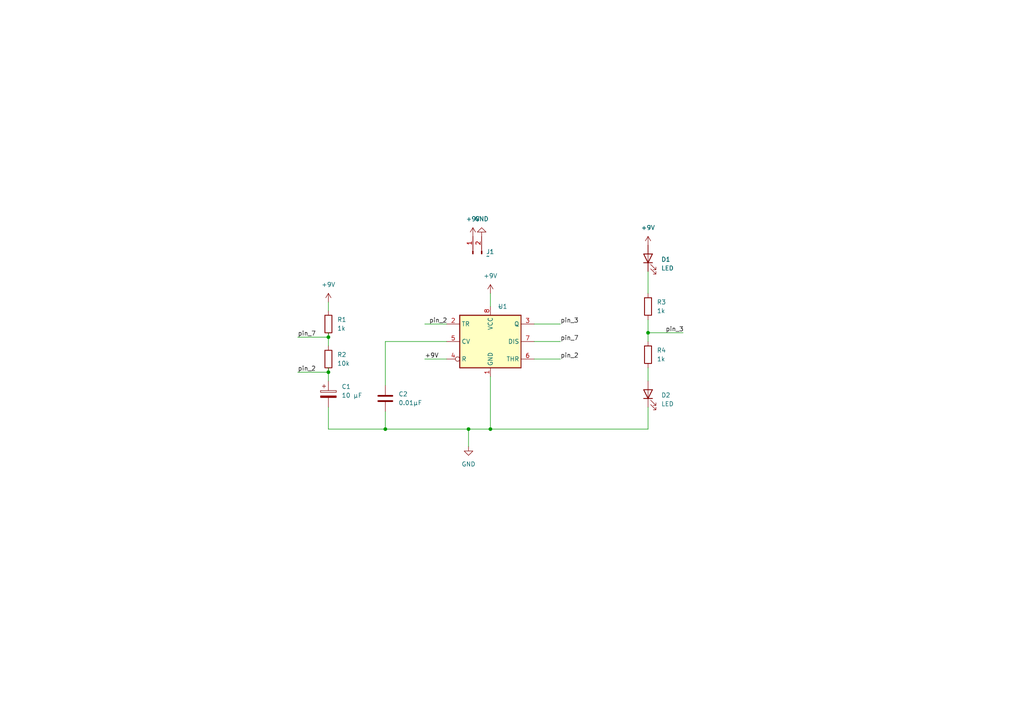
<source format=kicad_sch>
(kicad_sch (version 20230121) (generator eeschema)

  (uuid 59aeda22-596d-49d3-a77e-bf94dfe4bd72)

  (paper "A4")

  (lib_symbols
    (symbol "Connector:Conn_01x02_Pin" (pin_names (offset 1.016) hide) (in_bom yes) (on_board yes)
      (property "Reference" "J" (at 0 2.54 0)
        (effects (font (size 1.27 1.27)))
      )
      (property "Value" "Conn_01x02_Pin" (at 0 -5.08 0)
        (effects (font (size 1.27 1.27)))
      )
      (property "Footprint" "" (at 0 0 0)
        (effects (font (size 1.27 1.27)) hide)
      )
      (property "Datasheet" "~" (at 0 0 0)
        (effects (font (size 1.27 1.27)) hide)
      )
      (property "ki_locked" "" (at 0 0 0)
        (effects (font (size 1.27 1.27)))
      )
      (property "ki_keywords" "connector" (at 0 0 0)
        (effects (font (size 1.27 1.27)) hide)
      )
      (property "ki_description" "Generic connector, single row, 01x02, script generated" (at 0 0 0)
        (effects (font (size 1.27 1.27)) hide)
      )
      (property "ki_fp_filters" "Connector*:*_1x??_*" (at 0 0 0)
        (effects (font (size 1.27 1.27)) hide)
      )
      (symbol "Conn_01x02_Pin_1_1"
        (polyline
          (pts
            (xy 1.27 -2.54)
            (xy 0.8636 -2.54)
          )
          (stroke (width 0.1524) (type default))
          (fill (type none))
        )
        (polyline
          (pts
            (xy 1.27 0)
            (xy 0.8636 0)
          )
          (stroke (width 0.1524) (type default))
          (fill (type none))
        )
        (rectangle (start 0.8636 -2.413) (end 0 -2.667)
          (stroke (width 0.1524) (type default))
          (fill (type outline))
        )
        (rectangle (start 0.8636 0.127) (end 0 -0.127)
          (stroke (width 0.1524) (type default))
          (fill (type outline))
        )
        (pin passive line (at 5.08 0 180) (length 3.81)
          (name "Pin_1" (effects (font (size 1.27 1.27))))
          (number "1" (effects (font (size 1.27 1.27))))
        )
        (pin passive line (at 5.08 -2.54 180) (length 3.81)
          (name "Pin_2" (effects (font (size 1.27 1.27))))
          (number "2" (effects (font (size 1.27 1.27))))
        )
      )
    )
    (symbol "Device:C" (pin_numbers hide) (pin_names (offset 0.254)) (in_bom yes) (on_board yes)
      (property "Reference" "C" (at 0.635 2.54 0)
        (effects (font (size 1.27 1.27)) (justify left))
      )
      (property "Value" "C" (at 0.635 -2.54 0)
        (effects (font (size 1.27 1.27)) (justify left))
      )
      (property "Footprint" "" (at 0.9652 -3.81 0)
        (effects (font (size 1.27 1.27)) hide)
      )
      (property "Datasheet" "~" (at 0 0 0)
        (effects (font (size 1.27 1.27)) hide)
      )
      (property "ki_keywords" "cap capacitor" (at 0 0 0)
        (effects (font (size 1.27 1.27)) hide)
      )
      (property "ki_description" "Unpolarized capacitor" (at 0 0 0)
        (effects (font (size 1.27 1.27)) hide)
      )
      (property "ki_fp_filters" "C_*" (at 0 0 0)
        (effects (font (size 1.27 1.27)) hide)
      )
      (symbol "C_0_1"
        (polyline
          (pts
            (xy -2.032 -0.762)
            (xy 2.032 -0.762)
          )
          (stroke (width 0.508) (type default))
          (fill (type none))
        )
        (polyline
          (pts
            (xy -2.032 0.762)
            (xy 2.032 0.762)
          )
          (stroke (width 0.508) (type default))
          (fill (type none))
        )
      )
      (symbol "C_1_1"
        (pin passive line (at 0 3.81 270) (length 2.794)
          (name "~" (effects (font (size 1.27 1.27))))
          (number "1" (effects (font (size 1.27 1.27))))
        )
        (pin passive line (at 0 -3.81 90) (length 2.794)
          (name "~" (effects (font (size 1.27 1.27))))
          (number "2" (effects (font (size 1.27 1.27))))
        )
      )
    )
    (symbol "Device:C_Polarized" (pin_numbers hide) (pin_names (offset 0.254)) (in_bom yes) (on_board yes)
      (property "Reference" "C" (at 0.635 2.54 0)
        (effects (font (size 1.27 1.27)) (justify left))
      )
      (property "Value" "C_Polarized" (at 0.635 -2.54 0)
        (effects (font (size 1.27 1.27)) (justify left))
      )
      (property "Footprint" "" (at 0.9652 -3.81 0)
        (effects (font (size 1.27 1.27)) hide)
      )
      (property "Datasheet" "~" (at 0 0 0)
        (effects (font (size 1.27 1.27)) hide)
      )
      (property "ki_keywords" "cap capacitor" (at 0 0 0)
        (effects (font (size 1.27 1.27)) hide)
      )
      (property "ki_description" "Polarized capacitor" (at 0 0 0)
        (effects (font (size 1.27 1.27)) hide)
      )
      (property "ki_fp_filters" "CP_*" (at 0 0 0)
        (effects (font (size 1.27 1.27)) hide)
      )
      (symbol "C_Polarized_0_1"
        (rectangle (start -2.286 0.508) (end 2.286 1.016)
          (stroke (width 0) (type default))
          (fill (type none))
        )
        (polyline
          (pts
            (xy -1.778 2.286)
            (xy -0.762 2.286)
          )
          (stroke (width 0) (type default))
          (fill (type none))
        )
        (polyline
          (pts
            (xy -1.27 2.794)
            (xy -1.27 1.778)
          )
          (stroke (width 0) (type default))
          (fill (type none))
        )
        (rectangle (start 2.286 -0.508) (end -2.286 -1.016)
          (stroke (width 0) (type default))
          (fill (type outline))
        )
      )
      (symbol "C_Polarized_1_1"
        (pin passive line (at 0 3.81 270) (length 2.794)
          (name "~" (effects (font (size 1.27 1.27))))
          (number "1" (effects (font (size 1.27 1.27))))
        )
        (pin passive line (at 0 -3.81 90) (length 2.794)
          (name "~" (effects (font (size 1.27 1.27))))
          (number "2" (effects (font (size 1.27 1.27))))
        )
      )
    )
    (symbol "Device:LED" (pin_numbers hide) (pin_names (offset 1.016) hide) (in_bom yes) (on_board yes)
      (property "Reference" "D" (at 0 2.54 0)
        (effects (font (size 1.27 1.27)))
      )
      (property "Value" "LED" (at 0 -2.54 0)
        (effects (font (size 1.27 1.27)))
      )
      (property "Footprint" "" (at 0 0 0)
        (effects (font (size 1.27 1.27)) hide)
      )
      (property "Datasheet" "~" (at 0 0 0)
        (effects (font (size 1.27 1.27)) hide)
      )
      (property "ki_keywords" "LED diode" (at 0 0 0)
        (effects (font (size 1.27 1.27)) hide)
      )
      (property "ki_description" "Light emitting diode" (at 0 0 0)
        (effects (font (size 1.27 1.27)) hide)
      )
      (property "ki_fp_filters" "LED* LED_SMD:* LED_THT:*" (at 0 0 0)
        (effects (font (size 1.27 1.27)) hide)
      )
      (symbol "LED_0_1"
        (polyline
          (pts
            (xy -1.27 -1.27)
            (xy -1.27 1.27)
          )
          (stroke (width 0.254) (type default))
          (fill (type none))
        )
        (polyline
          (pts
            (xy -1.27 0)
            (xy 1.27 0)
          )
          (stroke (width 0) (type default))
          (fill (type none))
        )
        (polyline
          (pts
            (xy 1.27 -1.27)
            (xy 1.27 1.27)
            (xy -1.27 0)
            (xy 1.27 -1.27)
          )
          (stroke (width 0.254) (type default))
          (fill (type none))
        )
        (polyline
          (pts
            (xy -3.048 -0.762)
            (xy -4.572 -2.286)
            (xy -3.81 -2.286)
            (xy -4.572 -2.286)
            (xy -4.572 -1.524)
          )
          (stroke (width 0) (type default))
          (fill (type none))
        )
        (polyline
          (pts
            (xy -1.778 -0.762)
            (xy -3.302 -2.286)
            (xy -2.54 -2.286)
            (xy -3.302 -2.286)
            (xy -3.302 -1.524)
          )
          (stroke (width 0) (type default))
          (fill (type none))
        )
      )
      (symbol "LED_1_1"
        (pin passive line (at -3.81 0 0) (length 2.54)
          (name "K" (effects (font (size 1.27 1.27))))
          (number "1" (effects (font (size 1.27 1.27))))
        )
        (pin passive line (at 3.81 0 180) (length 2.54)
          (name "A" (effects (font (size 1.27 1.27))))
          (number "2" (effects (font (size 1.27 1.27))))
        )
      )
    )
    (symbol "Device:R" (pin_numbers hide) (pin_names (offset 0)) (in_bom yes) (on_board yes)
      (property "Reference" "R" (at 2.032 0 90)
        (effects (font (size 1.27 1.27)))
      )
      (property "Value" "R" (at 0 0 90)
        (effects (font (size 1.27 1.27)))
      )
      (property "Footprint" "" (at -1.778 0 90)
        (effects (font (size 1.27 1.27)) hide)
      )
      (property "Datasheet" "~" (at 0 0 0)
        (effects (font (size 1.27 1.27)) hide)
      )
      (property "ki_keywords" "R res resistor" (at 0 0 0)
        (effects (font (size 1.27 1.27)) hide)
      )
      (property "ki_description" "Resistor" (at 0 0 0)
        (effects (font (size 1.27 1.27)) hide)
      )
      (property "ki_fp_filters" "R_*" (at 0 0 0)
        (effects (font (size 1.27 1.27)) hide)
      )
      (symbol "R_0_1"
        (rectangle (start -1.016 -2.54) (end 1.016 2.54)
          (stroke (width 0.254) (type default))
          (fill (type none))
        )
      )
      (symbol "R_1_1"
        (pin passive line (at 0 3.81 270) (length 1.27)
          (name "~" (effects (font (size 1.27 1.27))))
          (number "1" (effects (font (size 1.27 1.27))))
        )
        (pin passive line (at 0 -3.81 90) (length 1.27)
          (name "~" (effects (font (size 1.27 1.27))))
          (number "2" (effects (font (size 1.27 1.27))))
        )
      )
    )
    (symbol "Timer:NE555D" (in_bom yes) (on_board yes)
      (property "Reference" "U" (at -10.16 8.89 0)
        (effects (font (size 1.27 1.27)) (justify left))
      )
      (property "Value" "NE555D" (at 2.54 8.89 0)
        (effects (font (size 1.27 1.27)) (justify left))
      )
      (property "Footprint" "Package_SO:SOIC-8_3.9x4.9mm_P1.27mm" (at 21.59 -10.16 0)
        (effects (font (size 1.27 1.27)) hide)
      )
      (property "Datasheet" "http://www.ti.com/lit/ds/symlink/ne555.pdf" (at 21.59 -10.16 0)
        (effects (font (size 1.27 1.27)) hide)
      )
      (property "ki_keywords" "single timer 555" (at 0 0 0)
        (effects (font (size 1.27 1.27)) hide)
      )
      (property "ki_description" "Precision Timers, 555 compatible, SOIC-8" (at 0 0 0)
        (effects (font (size 1.27 1.27)) hide)
      )
      (property "ki_fp_filters" "SOIC*3.9x4.9mm*P1.27mm*" (at 0 0 0)
        (effects (font (size 1.27 1.27)) hide)
      )
      (symbol "NE555D_0_0"
        (pin power_in line (at 0 -10.16 90) (length 2.54)
          (name "GND" (effects (font (size 1.27 1.27))))
          (number "1" (effects (font (size 1.27 1.27))))
        )
        (pin power_in line (at 0 10.16 270) (length 2.54)
          (name "VCC" (effects (font (size 1.27 1.27))))
          (number "8" (effects (font (size 1.27 1.27))))
        )
      )
      (symbol "NE555D_0_1"
        (rectangle (start -8.89 -7.62) (end 8.89 7.62)
          (stroke (width 0.254) (type default))
          (fill (type background))
        )
        (rectangle (start -8.89 -7.62) (end 8.89 7.62)
          (stroke (width 0.254) (type default))
          (fill (type background))
        )
      )
      (symbol "NE555D_1_1"
        (pin input line (at -12.7 5.08 0) (length 3.81)
          (name "TR" (effects (font (size 1.27 1.27))))
          (number "2" (effects (font (size 1.27 1.27))))
        )
        (pin output line (at 12.7 5.08 180) (length 3.81)
          (name "Q" (effects (font (size 1.27 1.27))))
          (number "3" (effects (font (size 1.27 1.27))))
        )
        (pin input inverted (at -12.7 -5.08 0) (length 3.81)
          (name "R" (effects (font (size 1.27 1.27))))
          (number "4" (effects (font (size 1.27 1.27))))
        )
        (pin input line (at -12.7 0 0) (length 3.81)
          (name "CV" (effects (font (size 1.27 1.27))))
          (number "5" (effects (font (size 1.27 1.27))))
        )
        (pin input line (at 12.7 -5.08 180) (length 3.81)
          (name "THR" (effects (font (size 1.27 1.27))))
          (number "6" (effects (font (size 1.27 1.27))))
        )
        (pin input line (at 12.7 0 180) (length 3.81)
          (name "DIS" (effects (font (size 1.27 1.27))))
          (number "7" (effects (font (size 1.27 1.27))))
        )
      )
    )
    (symbol "power:+9V" (power) (pin_names (offset 0)) (in_bom yes) (on_board yes)
      (property "Reference" "#PWR" (at 0 -3.81 0)
        (effects (font (size 1.27 1.27)) hide)
      )
      (property "Value" "+9V" (at 0 3.556 0)
        (effects (font (size 1.27 1.27)))
      )
      (property "Footprint" "" (at 0 0 0)
        (effects (font (size 1.27 1.27)) hide)
      )
      (property "Datasheet" "" (at 0 0 0)
        (effects (font (size 1.27 1.27)) hide)
      )
      (property "ki_keywords" "global power" (at 0 0 0)
        (effects (font (size 1.27 1.27)) hide)
      )
      (property "ki_description" "Power symbol creates a global label with name \"+9V\"" (at 0 0 0)
        (effects (font (size 1.27 1.27)) hide)
      )
      (symbol "+9V_0_1"
        (polyline
          (pts
            (xy -0.762 1.27)
            (xy 0 2.54)
          )
          (stroke (width 0) (type default))
          (fill (type none))
        )
        (polyline
          (pts
            (xy 0 0)
            (xy 0 2.54)
          )
          (stroke (width 0) (type default))
          (fill (type none))
        )
        (polyline
          (pts
            (xy 0 2.54)
            (xy 0.762 1.27)
          )
          (stroke (width 0) (type default))
          (fill (type none))
        )
      )
      (symbol "+9V_1_1"
        (pin power_in line (at 0 0 90) (length 0) hide
          (name "+9V" (effects (font (size 1.27 1.27))))
          (number "1" (effects (font (size 1.27 1.27))))
        )
      )
    )
    (symbol "power:GND" (power) (pin_names (offset 0)) (in_bom yes) (on_board yes)
      (property "Reference" "#PWR" (at 0 -6.35 0)
        (effects (font (size 1.27 1.27)) hide)
      )
      (property "Value" "GND" (at 0 -3.81 0)
        (effects (font (size 1.27 1.27)))
      )
      (property "Footprint" "" (at 0 0 0)
        (effects (font (size 1.27 1.27)) hide)
      )
      (property "Datasheet" "" (at 0 0 0)
        (effects (font (size 1.27 1.27)) hide)
      )
      (property "ki_keywords" "global power" (at 0 0 0)
        (effects (font (size 1.27 1.27)) hide)
      )
      (property "ki_description" "Power symbol creates a global label with name \"GND\" , ground" (at 0 0 0)
        (effects (font (size 1.27 1.27)) hide)
      )
      (symbol "GND_0_1"
        (polyline
          (pts
            (xy 0 0)
            (xy 0 -1.27)
            (xy 1.27 -1.27)
            (xy 0 -2.54)
            (xy -1.27 -1.27)
            (xy 0 -1.27)
          )
          (stroke (width 0) (type default))
          (fill (type none))
        )
      )
      (symbol "GND_1_1"
        (pin power_in line (at 0 0 270) (length 0) hide
          (name "GND" (effects (font (size 1.27 1.27))))
          (number "1" (effects (font (size 1.27 1.27))))
        )
      )
    )
  )

  (junction (at 95.25 107.95) (diameter 0) (color 0 0 0 0)
    (uuid 5894b4e2-856f-41e5-8b8e-53b4258682d0)
  )
  (junction (at 111.76 124.46) (diameter 0) (color 0 0 0 0)
    (uuid 58ce732d-e285-4074-b73d-c466753e4170)
  )
  (junction (at 135.89 124.46) (diameter 0) (color 0 0 0 0)
    (uuid 61523f64-fa22-4fed-af69-89c3345188a3)
  )
  (junction (at 187.96 96.52) (diameter 0) (color 0 0 0 0)
    (uuid d5ed5ba6-ae62-4852-b4d6-6610e2e6f48c)
  )
  (junction (at 142.24 124.46) (diameter 0) (color 0 0 0 0)
    (uuid d65cae25-f35d-4c84-b913-8a58937919d9)
  )
  (junction (at 95.25 97.79) (diameter 0) (color 0 0 0 0)
    (uuid f1895fce-c7ae-4944-a161-8ad646a7022f)
  )

  (wire (pts (xy 135.89 124.46) (xy 142.24 124.46))
    (stroke (width 0) (type default))
    (uuid 0937aa3c-e8dd-4ed7-aea3-74959aae24e9)
  )
  (wire (pts (xy 111.76 119.38) (xy 111.76 124.46))
    (stroke (width 0) (type default))
    (uuid 1858e9f0-80dc-47b1-ad17-42a168b54fa8)
  )
  (wire (pts (xy 95.25 107.95) (xy 95.25 110.49))
    (stroke (width 0) (type default))
    (uuid 2d31da9c-2db7-4d59-9784-6b578d4e90ca)
  )
  (wire (pts (xy 95.25 87.63) (xy 95.25 90.17))
    (stroke (width 0) (type default))
    (uuid 3a3b42da-0432-47e9-af61-b9bdbb53f06f)
  )
  (wire (pts (xy 111.76 99.06) (xy 129.54 99.06))
    (stroke (width 0) (type default))
    (uuid 3d0f4691-515d-4cf2-adb2-5a0fe5a980e5)
  )
  (wire (pts (xy 187.96 96.52) (xy 198.12 96.52))
    (stroke (width 0) (type default))
    (uuid 467844e7-a42c-44b3-9e4d-a5fe95e005d6)
  )
  (wire (pts (xy 86.36 97.79) (xy 95.25 97.79))
    (stroke (width 0) (type default))
    (uuid 4c1acfd1-3478-4e95-99ab-f0cd86d05e00)
  )
  (wire (pts (xy 111.76 124.46) (xy 135.89 124.46))
    (stroke (width 0) (type default))
    (uuid 4c8a5f39-867e-4f2d-b9e7-5c40d8d814e4)
  )
  (wire (pts (xy 187.96 78.74) (xy 187.96 85.09))
    (stroke (width 0) (type default))
    (uuid 4f03b971-5b51-4d7a-89ac-86cf7584c040)
  )
  (wire (pts (xy 111.76 99.06) (xy 111.76 111.76))
    (stroke (width 0) (type default))
    (uuid 4f455331-f199-4a73-b04f-fc7d16b64116)
  )
  (wire (pts (xy 142.24 85.09) (xy 142.24 88.9))
    (stroke (width 0) (type default))
    (uuid 56f83677-f086-467c-acdd-bd2352c5e1c3)
  )
  (wire (pts (xy 142.24 124.46) (xy 187.96 124.46))
    (stroke (width 0) (type default))
    (uuid 62db1620-5e9e-46f7-9c9f-f3275db7d4af)
  )
  (wire (pts (xy 187.96 96.52) (xy 187.96 99.06))
    (stroke (width 0) (type default))
    (uuid 63292a8f-48ef-449d-b6ae-bac214c6624b)
  )
  (wire (pts (xy 142.24 109.22) (xy 142.24 124.46))
    (stroke (width 0) (type default))
    (uuid 6c738c72-957e-4ec0-a0f6-da00ef074835)
  )
  (wire (pts (xy 187.96 118.11) (xy 187.96 124.46))
    (stroke (width 0) (type default))
    (uuid 8794571d-7510-456c-beb9-50880a41082a)
  )
  (wire (pts (xy 95.25 106.68) (xy 95.25 107.95))
    (stroke (width 0) (type default))
    (uuid 9ad74326-4317-4b2b-a4bb-97259c62578c)
  )
  (wire (pts (xy 154.94 99.06) (xy 162.56 99.06))
    (stroke (width 0) (type default))
    (uuid a4019810-d9a5-4470-b591-63fe6dd5dbb4)
  )
  (wire (pts (xy 135.89 124.46) (xy 135.89 129.54))
    (stroke (width 0) (type default))
    (uuid ae86123f-96fd-4dc7-9706-53c1428c053d)
  )
  (wire (pts (xy 187.96 106.68) (xy 187.96 110.49))
    (stroke (width 0) (type default))
    (uuid b2e3b1ac-400e-43aa-95ad-2734eff16a48)
  )
  (wire (pts (xy 154.94 104.14) (xy 162.56 104.14))
    (stroke (width 0) (type default))
    (uuid b42d43ff-6df3-4a79-b22d-b144d3ef435b)
  )
  (wire (pts (xy 123.19 104.14) (xy 129.54 104.14))
    (stroke (width 0) (type default))
    (uuid b498ed6c-d957-4eab-b6f1-46b2494ca04d)
  )
  (wire (pts (xy 111.76 124.46) (xy 95.25 124.46))
    (stroke (width 0) (type default))
    (uuid b90d99ac-d70a-4d9c-8c17-1960d0f1b7f5)
  )
  (wire (pts (xy 95.25 96.52) (xy 95.25 97.79))
    (stroke (width 0) (type default))
    (uuid c3591da0-0587-43ce-ba30-58bbd41b76ee)
  )
  (wire (pts (xy 123.19 93.98) (xy 129.54 93.98))
    (stroke (width 0) (type default))
    (uuid cb2292d4-d768-49a3-a627-8b563dff36fe)
  )
  (wire (pts (xy 95.25 97.79) (xy 95.25 100.33))
    (stroke (width 0) (type default))
    (uuid d3222980-6a0d-422c-ade1-4aef79a80247)
  )
  (wire (pts (xy 86.36 107.95) (xy 95.25 107.95))
    (stroke (width 0) (type default))
    (uuid e63260c0-9d7f-4f57-bb44-4cf01c68ad64)
  )
  (wire (pts (xy 187.96 92.71) (xy 187.96 96.52))
    (stroke (width 0) (type default))
    (uuid e92e1cd9-983d-4c72-b2bd-84b1a6c44692)
  )
  (wire (pts (xy 95.25 118.11) (xy 95.25 124.46))
    (stroke (width 0) (type default))
    (uuid ec4f85bd-d64e-46af-9075-29d351ffc19a)
  )
  (wire (pts (xy 154.94 93.98) (xy 162.56 93.98))
    (stroke (width 0) (type default))
    (uuid fa363afc-b5e2-4751-ab83-45b9c56236c0)
  )

  (label "pin_2" (at 124.46 93.98 0) (fields_autoplaced)
    (effects (font (size 1.27 1.27)) (justify left bottom))
    (uuid 09d35897-7b27-43a9-9d22-dbdad9c7b32c)
  )
  (label "pin_2" (at 162.56 104.14 0) (fields_autoplaced)
    (effects (font (size 1.27 1.27)) (justify left bottom))
    (uuid 1e2d6483-77de-4278-9203-260fae2ff50c)
  )
  (label "pin_7" (at 162.56 99.06 0) (fields_autoplaced)
    (effects (font (size 1.27 1.27)) (justify left bottom))
    (uuid 5e08272e-ea1a-4929-893c-fef625a7a562)
  )
  (label "pin_7" (at 86.36 97.79 0) (fields_autoplaced)
    (effects (font (size 1.27 1.27)) (justify left bottom))
    (uuid 71ab7205-652a-4ee5-b37a-e947d5467b23)
  )
  (label "+9V" (at 123.19 104.14 0) (fields_autoplaced)
    (effects (font (size 1.27 1.27)) (justify left bottom))
    (uuid b9ef31ac-98d9-4f3b-80d1-e60d3961fb05)
  )
  (label "pin_2" (at 86.36 107.95 0) (fields_autoplaced)
    (effects (font (size 1.27 1.27)) (justify left bottom))
    (uuid c0ad1a2f-1a1b-4d06-8df6-3dc01ac5bb8c)
  )
  (label "pin_3" (at 193.04 96.52 0) (fields_autoplaced)
    (effects (font (size 1.27 1.27)) (justify left bottom))
    (uuid d7df8d9c-b377-44cf-a363-0da1c49f5811)
  )
  (label "pin_3" (at 162.56 93.98 0) (fields_autoplaced)
    (effects (font (size 1.27 1.27)) (justify left bottom))
    (uuid eb39ec86-8408-404c-8d61-fc611da5defd)
  )

  (symbol (lib_id "power:GND") (at 139.7 68.58 180) (unit 1)
    (in_bom yes) (on_board yes) (dnp no) (fields_autoplaced)
    (uuid 04c33584-931b-4d8a-97dd-1792f2e5eb17)
    (property "Reference" "#PWR04" (at 139.7 62.23 0)
      (effects (font (size 1.27 1.27)) hide)
    )
    (property "Value" "GND" (at 139.7 63.5 0)
      (effects (font (size 1.27 1.27)))
    )
    (property "Footprint" "" (at 139.7 68.58 0)
      (effects (font (size 1.27 1.27)) hide)
    )
    (property "Datasheet" "" (at 139.7 68.58 0)
      (effects (font (size 1.27 1.27)) hide)
    )
    (pin "1" (uuid 5b2b5ae9-2597-43f1-83f0-ee1f1a5750ce))
    (instances
      (project "Lab2"
        (path "/59aeda22-596d-49d3-a77e-bf94dfe4bd72"
          (reference "#PWR04") (unit 1)
        )
      )
    )
  )

  (symbol (lib_id "Device:LED") (at 187.96 114.3 90) (unit 1)
    (in_bom yes) (on_board yes) (dnp no) (fields_autoplaced)
    (uuid 26e6c240-3564-4924-b403-f07e4c5094f1)
    (property "Reference" "D2" (at 191.77 114.6175 90)
      (effects (font (size 1.27 1.27)) (justify right))
    )
    (property "Value" "LED" (at 191.77 117.1575 90)
      (effects (font (size 1.27 1.27)) (justify right))
    )
    (property "Footprint" "LED_SMD:LED_1206_3216Metric_Pad1.42x1.75mm_HandSolder" (at 187.96 114.3 0)
      (effects (font (size 1.27 1.27)) hide)
    )
    (property "Datasheet" "~" (at 187.96 114.3 0)
      (effects (font (size 1.27 1.27)) hide)
    )
    (pin "2" (uuid 565883b5-6707-4f95-9aca-6ca5ce30be3d))
    (pin "1" (uuid e3898768-80ae-4e22-bb61-4a1b15fb813d))
    (instances
      (project "Lab2"
        (path "/59aeda22-596d-49d3-a77e-bf94dfe4bd72"
          (reference "D2") (unit 1)
        )
      )
    )
  )

  (symbol (lib_id "power:+9V") (at 142.24 85.09 0) (unit 1)
    (in_bom yes) (on_board yes) (dnp no) (fields_autoplaced)
    (uuid 30f12c5b-ca02-4d94-b49b-8458f211f2d0)
    (property "Reference" "#PWR01" (at 142.24 88.9 0)
      (effects (font (size 1.27 1.27)) hide)
    )
    (property "Value" "+9V" (at 142.24 80.01 0)
      (effects (font (size 1.27 1.27)))
    )
    (property "Footprint" "" (at 142.24 85.09 0)
      (effects (font (size 1.27 1.27)) hide)
    )
    (property "Datasheet" "" (at 142.24 85.09 0)
      (effects (font (size 1.27 1.27)) hide)
    )
    (pin "1" (uuid f5f896be-5d63-4b72-90b9-084c8c2723aa))
    (instances
      (project "Lab2"
        (path "/59aeda22-596d-49d3-a77e-bf94dfe4bd72"
          (reference "#PWR01") (unit 1)
        )
      )
    )
  )

  (symbol (lib_id "Device:R") (at 95.25 93.98 0) (unit 1)
    (in_bom yes) (on_board yes) (dnp no)
    (uuid 3d5d3d19-4d7d-4234-ac4e-b6bbf54501e8)
    (property "Reference" "R1" (at 97.79 92.71 0)
      (effects (font (size 1.27 1.27)) (justify left))
    )
    (property "Value" "1k" (at 97.79 95.25 0)
      (effects (font (size 1.27 1.27)) (justify left))
    )
    (property "Footprint" "Resistor_SMD:R_0805_2012Metric_Pad1.20x1.40mm_HandSolder" (at 93.472 93.98 90)
      (effects (font (size 1.27 1.27)) hide)
    )
    (property "Datasheet" "~" (at 95.25 93.98 0)
      (effects (font (size 1.27 1.27)) hide)
    )
    (pin "2" (uuid d370228a-284c-432c-8763-38c58d50088b))
    (pin "1" (uuid cc9d3607-fc4e-408c-bb4a-042ca323bcde))
    (instances
      (project "Lab2"
        (path "/59aeda22-596d-49d3-a77e-bf94dfe4bd72"
          (reference "R1") (unit 1)
        )
      )
    )
  )

  (symbol (lib_id "Device:LED") (at 187.96 74.93 90) (unit 1)
    (in_bom yes) (on_board yes) (dnp no) (fields_autoplaced)
    (uuid 64f910e4-81d8-4226-b7c8-5749e463fa7c)
    (property "Reference" "D1" (at 191.77 75.2475 90)
      (effects (font (size 1.27 1.27)) (justify right))
    )
    (property "Value" "LED" (at 191.77 77.7875 90)
      (effects (font (size 1.27 1.27)) (justify right))
    )
    (property "Footprint" "LED_SMD:LED_1206_3216Metric_Pad1.42x1.75mm_HandSolder" (at 187.96 74.93 0)
      (effects (font (size 1.27 1.27)) hide)
    )
    (property "Datasheet" "~" (at 187.96 74.93 0)
      (effects (font (size 1.27 1.27)) hide)
    )
    (pin "1" (uuid bc59c797-1648-4013-9e32-f61c36e59221))
    (pin "2" (uuid 651fff69-1615-4ea0-8faa-b8094755eec1))
    (instances
      (project "Lab2"
        (path "/59aeda22-596d-49d3-a77e-bf94dfe4bd72"
          (reference "D1") (unit 1)
        )
      )
    )
  )

  (symbol (lib_id "power:+9V") (at 95.25 87.63 0) (unit 1)
    (in_bom yes) (on_board yes) (dnp no) (fields_autoplaced)
    (uuid 6631c133-b2a8-4f4d-b258-0d7c48712ea1)
    (property "Reference" "#PWR03" (at 95.25 91.44 0)
      (effects (font (size 1.27 1.27)) hide)
    )
    (property "Value" "+9V" (at 95.25 82.55 0)
      (effects (font (size 1.27 1.27)))
    )
    (property "Footprint" "" (at 95.25 87.63 0)
      (effects (font (size 1.27 1.27)) hide)
    )
    (property "Datasheet" "" (at 95.25 87.63 0)
      (effects (font (size 1.27 1.27)) hide)
    )
    (pin "1" (uuid 3f816c1f-cde6-48c9-b15d-16f027497df5))
    (instances
      (project "Lab2"
        (path "/59aeda22-596d-49d3-a77e-bf94dfe4bd72"
          (reference "#PWR03") (unit 1)
        )
      )
    )
  )

  (symbol (lib_id "Device:R") (at 187.96 102.87 0) (unit 1)
    (in_bom yes) (on_board yes) (dnp no)
    (uuid 66f40e7e-a210-4cf7-9d5e-3b83fa2896f9)
    (property "Reference" "R4" (at 190.5 101.6 0)
      (effects (font (size 1.27 1.27)) (justify left))
    )
    (property "Value" "1k" (at 190.5 104.14 0)
      (effects (font (size 1.27 1.27)) (justify left))
    )
    (property "Footprint" "Resistor_SMD:R_0805_2012Metric_Pad1.20x1.40mm_HandSolder" (at 186.182 102.87 90)
      (effects (font (size 1.27 1.27)) hide)
    )
    (property "Datasheet" "~" (at 187.96 102.87 0)
      (effects (font (size 1.27 1.27)) hide)
    )
    (pin "2" (uuid 9a40012c-25fe-4173-8e32-26dac0819a85))
    (pin "1" (uuid 83b23472-7377-4a2b-bde8-d211e7d3c396))
    (instances
      (project "Lab2"
        (path "/59aeda22-596d-49d3-a77e-bf94dfe4bd72"
          (reference "R4") (unit 1)
        )
      )
    )
  )

  (symbol (lib_id "power:GND") (at 135.89 129.54 0) (unit 1)
    (in_bom yes) (on_board yes) (dnp no) (fields_autoplaced)
    (uuid 7e518db6-d6dd-4d3f-8684-0fd9b4a3691a)
    (property "Reference" "#PWR02" (at 135.89 135.89 0)
      (effects (font (size 1.27 1.27)) hide)
    )
    (property "Value" "GND" (at 135.89 134.62 0)
      (effects (font (size 1.27 1.27)))
    )
    (property "Footprint" "" (at 135.89 129.54 0)
      (effects (font (size 1.27 1.27)) hide)
    )
    (property "Datasheet" "" (at 135.89 129.54 0)
      (effects (font (size 1.27 1.27)) hide)
    )
    (pin "1" (uuid f88dc3ba-0695-4781-b40a-5422ada9ca61))
    (instances
      (project "Lab2"
        (path "/59aeda22-596d-49d3-a77e-bf94dfe4bd72"
          (reference "#PWR02") (unit 1)
        )
      )
    )
  )

  (symbol (lib_id "Timer:NE555D") (at 142.24 99.06 0) (unit 1)
    (in_bom yes) (on_board yes) (dnp no) (fields_autoplaced)
    (uuid 8398c406-4f25-4842-9794-f01b2e220a9b)
    (property "Reference" "U1" (at 144.4341 88.9 0)
      (effects (font (size 1.27 1.27)) (justify left))
    )
    (property "Value" "~" (at 144.4341 88.9 0)
      (effects (font (size 1.27 1.27)) (justify left))
    )
    (property "Footprint" "Package_SO:SOIC-8_3.9x4.9mm_P1.27mm" (at 163.83 109.22 0)
      (effects (font (size 1.27 1.27)) hide)
    )
    (property "Datasheet" "http://www.ti.com/lit/ds/symlink/ne555.pdf" (at 163.83 109.22 0)
      (effects (font (size 1.27 1.27)) hide)
    )
    (pin "1" (uuid 402ebd23-4cc0-49ed-b7c6-3f41d0d96d4a))
    (pin "8" (uuid 86ab6c16-745a-48b9-a748-21a56aaded9f))
    (pin "4" (uuid 848ce4ec-8d18-415e-b839-3d8758066247))
    (pin "6" (uuid 06c60473-942b-48ab-b316-27555d9acfa0))
    (pin "5" (uuid f71a72c0-bbfb-4722-9763-ed9ab61e66aa))
    (pin "3" (uuid c78b8219-dc93-45e4-ad56-dfd41aa84b27))
    (pin "2" (uuid b85b8a8f-ff26-4cdb-a893-10e6c1e5b22b))
    (pin "7" (uuid fc018825-20b0-4d84-8904-b39fc5ae078e))
    (instances
      (project "Lab2"
        (path "/59aeda22-596d-49d3-a77e-bf94dfe4bd72"
          (reference "U1") (unit 1)
        )
      )
    )
  )

  (symbol (lib_id "Device:R") (at 95.25 104.14 0) (unit 1)
    (in_bom yes) (on_board yes) (dnp no)
    (uuid 9ba5fa8b-620a-42b4-9493-d6d665cd9e61)
    (property "Reference" "R2" (at 97.79 102.87 0)
      (effects (font (size 1.27 1.27)) (justify left))
    )
    (property "Value" "10k" (at 97.79 105.41 0)
      (effects (font (size 1.27 1.27)) (justify left))
    )
    (property "Footprint" "Resistor_SMD:R_0805_2012Metric_Pad1.20x1.40mm_HandSolder" (at 93.472 104.14 90)
      (effects (font (size 1.27 1.27)) hide)
    )
    (property "Datasheet" "~" (at 95.25 104.14 0)
      (effects (font (size 1.27 1.27)) hide)
    )
    (pin "2" (uuid 421edff8-8c51-4c41-a89f-0bc935a91c83))
    (pin "1" (uuid 85beab3e-0e7f-48bb-9074-e94079ee7eee))
    (instances
      (project "Lab2"
        (path "/59aeda22-596d-49d3-a77e-bf94dfe4bd72"
          (reference "R2") (unit 1)
        )
      )
    )
  )

  (symbol (lib_id "power:+9V") (at 137.16 68.58 0) (unit 1)
    (in_bom yes) (on_board yes) (dnp no) (fields_autoplaced)
    (uuid a2ddcb47-0575-400d-b1ab-e674a66b66a3)
    (property "Reference" "#PWR05" (at 137.16 72.39 0)
      (effects (font (size 1.27 1.27)) hide)
    )
    (property "Value" "+9V" (at 137.16 63.5 0)
      (effects (font (size 1.27 1.27)))
    )
    (property "Footprint" "Connector_JST:JST_EH_S2B-EH_1x02_P2.50mm_Horizontal" (at 137.16 68.58 0)
      (effects (font (size 1.27 1.27)) hide)
    )
    (property "Datasheet" "" (at 137.16 68.58 0)
      (effects (font (size 1.27 1.27)) hide)
    )
    (pin "1" (uuid fafa509e-4297-4ba9-b925-925f16672ebe))
    (instances
      (project "Lab2"
        (path "/59aeda22-596d-49d3-a77e-bf94dfe4bd72"
          (reference "#PWR05") (unit 1)
        )
      )
    )
  )

  (symbol (lib_id "Device:C_Polarized") (at 95.25 114.3 0) (unit 1)
    (in_bom yes) (on_board yes) (dnp no)
    (uuid ac759879-1886-42fa-926f-c21c36d50e4f)
    (property "Reference" "C1" (at 99.06 112.141 0)
      (effects (font (size 1.27 1.27)) (justify left))
    )
    (property "Value" "10 µF" (at 99.06 114.681 0)
      (effects (font (size 1.27 1.27)) (justify left))
    )
    (property "Footprint" "Capacitor_Tantalum_SMD:CP_EIA-3216-18_Kemet-A_Pad1.58x1.35mm_HandSolder" (at 96.2152 118.11 0)
      (effects (font (size 1.27 1.27)) hide)
    )
    (property "Datasheet" "~" (at 95.25 114.3 0)
      (effects (font (size 1.27 1.27)) hide)
    )
    (pin "2" (uuid 2690a7e8-a5cf-40ab-bdc6-c4779a2bc4eb))
    (pin "1" (uuid 779f1113-3241-468b-8384-272a206c8114))
    (instances
      (project "Lab2"
        (path "/59aeda22-596d-49d3-a77e-bf94dfe4bd72"
          (reference "C1") (unit 1)
        )
      )
    )
  )

  (symbol (lib_id "power:+9V") (at 187.96 71.12 0) (unit 1)
    (in_bom yes) (on_board yes) (dnp no) (fields_autoplaced)
    (uuid d6c75edd-6990-4bd4-bc19-547f9f52ea91)
    (property "Reference" "#PWR06" (at 187.96 74.93 0)
      (effects (font (size 1.27 1.27)) hide)
    )
    (property "Value" "+9V" (at 187.96 66.04 0)
      (effects (font (size 1.27 1.27)))
    )
    (property "Footprint" "" (at 187.96 71.12 0)
      (effects (font (size 1.27 1.27)) hide)
    )
    (property "Datasheet" "" (at 187.96 71.12 0)
      (effects (font (size 1.27 1.27)) hide)
    )
    (pin "1" (uuid 534a58e8-a1a3-4d78-bf8e-a681cbc9915d))
    (instances
      (project "Lab2"
        (path "/59aeda22-596d-49d3-a77e-bf94dfe4bd72"
          (reference "#PWR06") (unit 1)
        )
      )
    )
  )

  (symbol (lib_id "Device:C") (at 111.76 115.57 0) (unit 1)
    (in_bom yes) (on_board yes) (dnp no)
    (uuid ea8f72f8-d365-46e7-a55c-7506e7c4fd3d)
    (property "Reference" "C2" (at 115.57 114.3 0)
      (effects (font (size 1.27 1.27)) (justify left))
    )
    (property "Value" "0.01µF" (at 115.57 116.84 0)
      (effects (font (size 1.27 1.27)) (justify left))
    )
    (property "Footprint" "Capacitor_SMD:C_0805_2012Metric_Pad1.18x1.45mm_HandSolder" (at 112.7252 119.38 0)
      (effects (font (size 1.27 1.27)) hide)
    )
    (property "Datasheet" "~" (at 111.76 115.57 0)
      (effects (font (size 1.27 1.27)) hide)
    )
    (pin "1" (uuid 67df2c7a-041f-4b1f-bdb7-4b18e706f17b))
    (pin "2" (uuid 36d4808d-e040-4895-ab49-579feca83a07))
    (instances
      (project "Lab2"
        (path "/59aeda22-596d-49d3-a77e-bf94dfe4bd72"
          (reference "C2") (unit 1)
        )
      )
    )
  )

  (symbol (lib_id "Device:R") (at 187.96 88.9 0) (unit 1)
    (in_bom yes) (on_board yes) (dnp no)
    (uuid ecc366f0-640c-4f10-8b71-ffb263b94b88)
    (property "Reference" "R3" (at 190.5 87.63 0)
      (effects (font (size 1.27 1.27)) (justify left))
    )
    (property "Value" "1k" (at 190.5 90.17 0)
      (effects (font (size 1.27 1.27)) (justify left))
    )
    (property "Footprint" "Resistor_SMD:R_0805_2012Metric_Pad1.20x1.40mm_HandSolder" (at 186.182 88.9 90)
      (effects (font (size 1.27 1.27)) hide)
    )
    (property "Datasheet" "~" (at 187.96 88.9 0)
      (effects (font (size 1.27 1.27)) hide)
    )
    (pin "2" (uuid abd403d9-0aca-4787-b35c-a1361db69cce))
    (pin "1" (uuid efbbae79-ee47-4e86-a8b1-c06ea2b9589b))
    (instances
      (project "Lab2"
        (path "/59aeda22-596d-49d3-a77e-bf94dfe4bd72"
          (reference "R3") (unit 1)
        )
      )
    )
  )

  (symbol (lib_id "Connector:Conn_01x02_Pin") (at 137.16 73.66 90) (unit 1)
    (in_bom yes) (on_board yes) (dnp no) (fields_autoplaced)
    (uuid fb576879-4997-41e3-8412-146df422a817)
    (property "Reference" "J1" (at 140.97 73.025 90)
      (effects (font (size 1.27 1.27)) (justify right))
    )
    (property "Value" "~" (at 140.97 74.295 90)
      (effects (font (size 1.27 1.27)) (justify right))
    )
    (property "Footprint" "Connector_JST:JST_EH_S2B-EH_1x02_P2.50mm_Horizontal" (at 137.16 73.66 0)
      (effects (font (size 1.27 1.27)) hide)
    )
    (property "Datasheet" "~" (at 137.16 73.66 0)
      (effects (font (size 1.27 1.27)) hide)
    )
    (pin "2" (uuid 2c74bdde-dceb-49c8-9bd0-06a9cdaa494f))
    (pin "1" (uuid 4174f706-9c2b-46ea-a7e5-25cc530f2181))
    (instances
      (project "Lab2"
        (path "/59aeda22-596d-49d3-a77e-bf94dfe4bd72"
          (reference "J1") (unit 1)
        )
      )
    )
  )

  (sheet_instances
    (path "/" (page "1"))
  )
)

</source>
